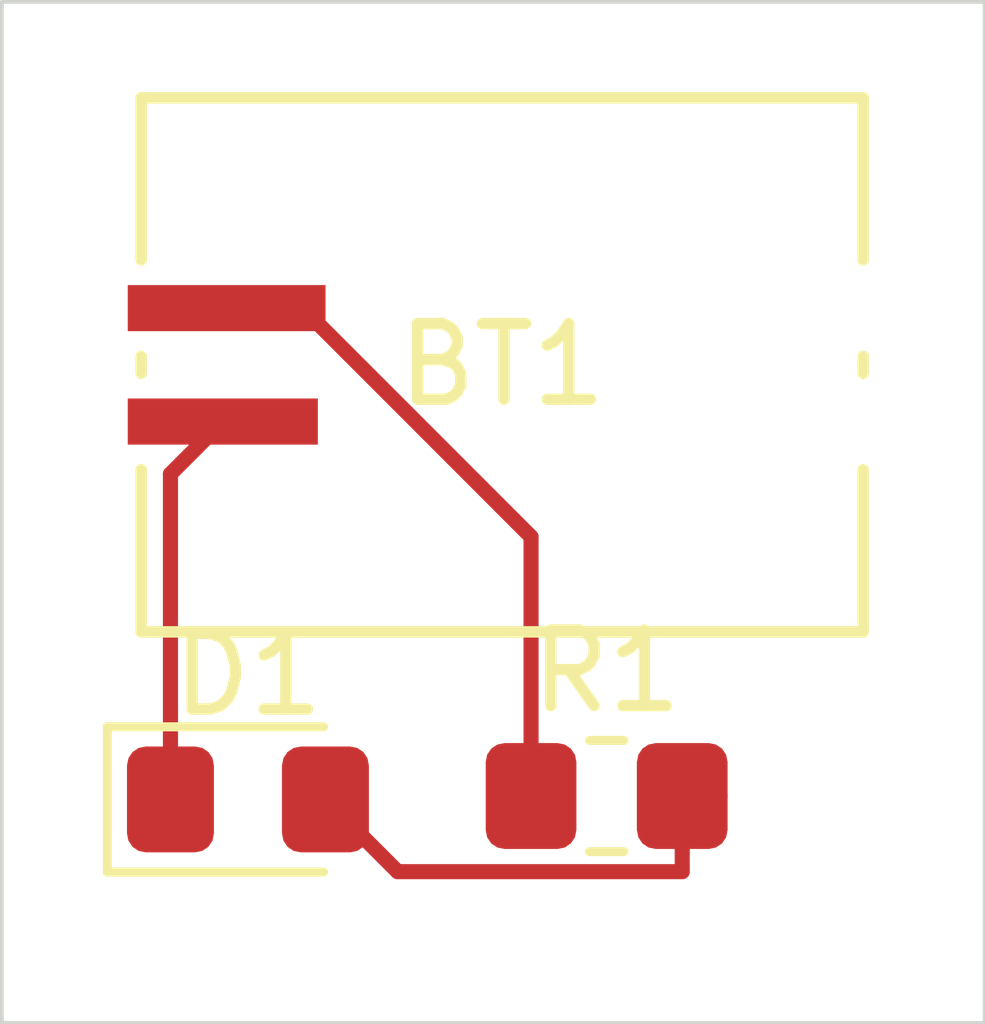
<source format=kicad_pcb>
(kicad_pcb (version 20240108) (generator "pcbnew") (generator_version "8.0")
  (title_block (title "Simple LED Circuit") (date "2024-10-08") (rev "1.0"))
  (layers (0 "F.Cu" signal) (31 "B.Cu" signal) (34 "B.Paste" user) (35 "F.Paste" user) (36 "B.SilkS" user "B.Silkscreen") (37 "F.SilkS" user "F.Silkscreen") (38 "B.Mask" user) (39 "F.Mask" user) (44 "Edge.Cuts" user))
  (net 0 "")
  (net 1 "Net-(BT1--)")
  (net 2 "Net-(BT1-+)")
  (net 3 "Net-(D1-A)")
  (footprint "Resistor_SMD:R_0805_2012Metric_Pad1.20x1.40mm_HandSolder" (layer "F.Cu") (at 133 93)
    (property "Reference" "R1" (at 0 -1.65 0) (layer "F.SilkS"))
    (property "Value" "R")
    (fp_line (start -0.227064 -0.735) (end 0.227064 -0.735) (stroke (width 0.12)) (layer "F.SilkS"))
    (fp_line (start -0.227064 0.735) (end 0.227064 0.735) (stroke (width 0.12)) (layer "F.SilkS"))
    (pad "1" smd roundrect (at -1 0) (size 1.2 1.4) (layers "F.Cu" "F.Paste" "F.Mask") (roundrect_rratio 0.208333) (net 2 "Net-(BT1-+)"))
    (pad "2" smd roundrect (at 1 0) (size 1.2 1.4) (layers "F.Cu" "F.Paste" "F.Mask") (roundrect_rratio 0.208333) (net 3 "Net-(D1-A)"))
  )
  (footprint "FS_3_Global_Footprint_Library:MS621FE-FL11E_SEC" (layer "F.Cu") (at 131.6182 87.2988)
    (property "Reference" "BT1" (at 0 0 0) (layer "F.SilkS"))
    (property "Value" "Battery_Cell")
    (fp_line (start -4.7752 -3.5306) (end -4.7752 -1.387541) (stroke (width 0.1524)) (layer "F.SilkS"))
    (fp_line (start -4.7752 -0.112461) (end -4.7752 0.112461) (stroke (width 0.1524)) (layer "F.SilkS"))
    (fp_line (start -4.7752 1.387541) (end -4.7752 3.5306) (stroke (width 0.1524)) (layer "F.SilkS"))
    (fp_line (start -4.7752 3.5306) (end 4.7752 3.5306) (stroke (width 0.1524)) (layer "F.SilkS"))
    (fp_line (start 4.7752 -3.5306) (end -4.7752 -3.5306) (stroke (width 0.1524)) (layer "F.SilkS"))
    (fp_line (start 4.7752 -1.387541) (end 4.7752 -3.5306) (stroke (width 0.1524)) (layer "F.SilkS"))
    (fp_line (start 4.7752 0.112461) (end 4.7752 -0.112461) (stroke (width 0.1524)) (layer "F.SilkS"))
    (fp_line (start 4.7752 3.5306) (end 4.7752 1.387541) (stroke (width 0.1524)) (layer "F.SilkS"))
    (pad "1" smd rect (at -3.6449 -0.750001) (size 2.6162 0.6096) (layers "F.Cu" "F.Paste" "F.Mask") (net 2 "Net-(BT1-+)"))
    (pad "2" smd rect (at -3.6957 0.750001) (size 2.5146 0.6096) (layers "F.Cu" "F.Paste" "F.Mask") (net 1 "Net-(BT1--)"))
  )
  (footprint "LED_SMD:LED_0805_2012Metric_Pad1.15x1.40mm_HandSolder" (layer "F.Cu") (at 128.255 93.045)
    (property "Reference" "D1" (at 0 -1.65 0) (layer "F.SilkS"))
    (property "Value" "LED")
    (fp_line (start -1.86 -0.96) (end -1.86 0.96) (stroke (width 0.12)) (layer "F.SilkS"))
    (fp_line (start -1.86 0.96) (end 1 0.96) (stroke (width 0.12)) (layer "F.SilkS"))
    (fp_line (start 1 -0.96) (end -1.86 -0.96) (stroke (width 0.12)) (layer "F.SilkS"))
    (pad "1" smd roundrect (at -1.025 0) (size 1.15 1.4) (layers "F.Cu" "F.Paste" "F.Mask") (roundrect_rratio 0.217391) (net 1 "Net-(BT1--)"))
    (pad "2" smd roundrect (at 1.025 0) (size 1.15 1.4) (layers "F.Cu" "F.Paste" "F.Mask") (roundrect_rratio 0.217391) (net 3 "Net-(D1-A)"))
  )
  (gr_rect (start 125 82.5) (end 138 96) (stroke (width 0.05)) (fill none) (layer "Edge.Cuts"))
  (segment (start 127.23 88.741301) (end 127.9225 88.048801) (width 0.2) (layer "F.Cu") (net 1))
  (segment (start 127.23 93.045) (end 127.23 88.741301) (width 0.2) (layer "F.Cu") (net 1))
  (segment (start 128.9766 86.548799) (end 132 89.572199) (width 0.2) (layer "F.Cu") (net 2))
  (segment (start 132 89.572199) (end 132 93) (width 0.2) (layer "F.Cu") (net 2))
  (segment (start 127.9733 86.548799) (end 128.9766 86.548799) (width 0.2) (layer "F.Cu") (net 2))
  (segment (start 134 94) (end 134 93) (width 0.2) (layer "F.Cu") (net 3))
  (segment (start 129.28 93.045) (end 130.235 94) (width 0.2) (layer "F.Cu") (net 3))
  (segment (start 134.5 93) (end 134 93) (width 0.2) (layer "F.Cu") (net 3))
  (segment (start 130.235 94) (end 134 94) (width 0.2) (layer "F.Cu") (net 3))
)
</source>
